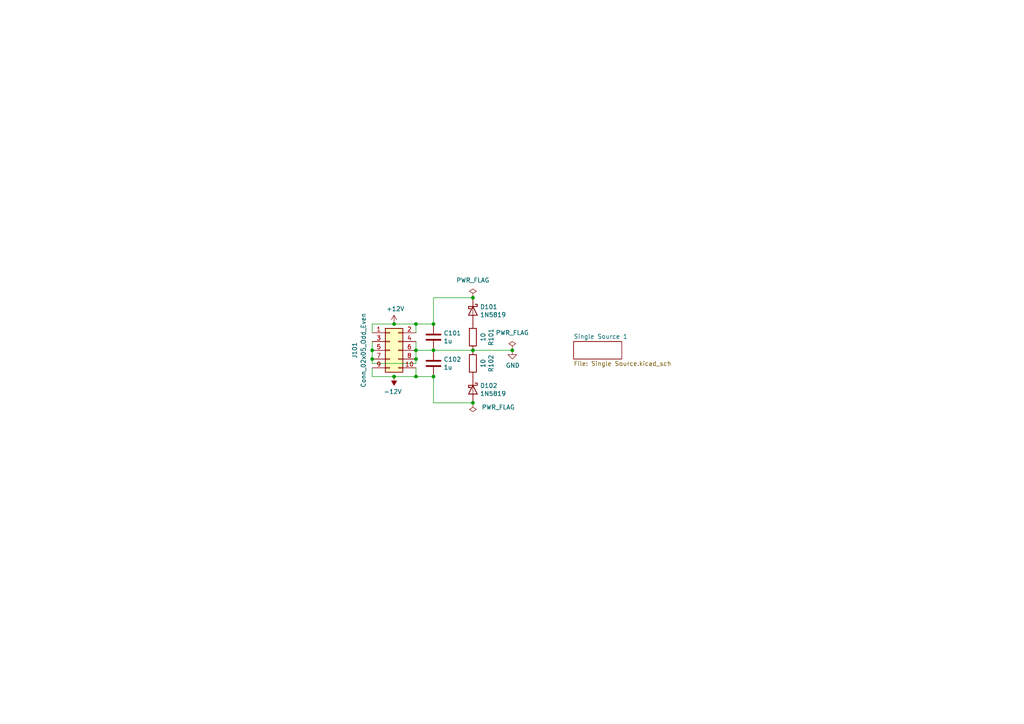
<source format=kicad_sch>
(kicad_sch (version 20211123) (generator eeschema)
  (paper "A4")
  (title_block (title "White Noise") (date "2021-07-09") (rev "1.0"))
  (lib_symbols
    (symbol "Connector_Generic:Conn_02x05_Odd_Even" (pin_names (offset 1.016) hide)
      (property "Reference" "J" (at 1.27 7.62 0))
      (property "Value" "Conn_02x05_Odd_Even" (at 1.27 -7.62 0))
      (symbol "Conn_02x05_Odd_Even_1_1"
        (rectangle (start -1.27 -4.953) (end 0 -5.207) (stroke (width 0.1524)))
        (rectangle (start -1.27 -2.413) (end 0 -2.667) (stroke (width 0.1524)))
        (rectangle (start -1.27 0.127) (end 0 -0.127) (stroke (width 0.1524)))
        (rectangle (start -1.27 2.667) (end 0 2.413) (stroke (width 0.1524)))
        (rectangle (start -1.27 5.207) (end 0 4.953) (stroke (width 0.1524)))
        (rectangle (start -1.27 6.35) (end 3.81 -6.35) (stroke (width 0.254)) (fill (type background)))
        (rectangle (start 3.81 -4.953) (end 2.54 -5.207) (stroke (width 0.1524)))
        (rectangle (start 3.81 -2.413) (end 2.54 -2.667) (stroke (width 0.1524)))
        (rectangle (start 3.81 0.127) (end 2.54 -0.127) (stroke (width 0.1524)))
        (rectangle (start 3.81 2.667) (end 2.54 2.413) (stroke (width 0.1524)))
        (rectangle (start 3.81 5.207) (end 2.54 4.953) (stroke (width 0.1524)))
        (pin passive line (at -5.08 5.08 0) (length 3.81) (name "Pin_1") (number "1"))
        (pin passive line (at 7.62 -5.08 180) (length 3.81) (name "Pin_10") (number "10"))
        (pin passive line (at 7.62 5.08 180) (length 3.81) (name "Pin_2") (number "2"))
        (pin passive line (at -5.08 2.54 0) (length 3.81) (name "Pin_3") (number "3"))
        (pin passive line (at 7.62 2.54 180) (length 3.81) (name "Pin_4") (number "4"))
        (pin passive line (at -5.08 0 0) (length 3.81) (name "Pin_5") (number "5"))
        (pin passive line (at 7.62 0 180) (length 3.81) (name "Pin_6") (number "6"))
        (pin passive line (at -5.08 -2.54 0) (length 3.81) (name "Pin_7") (number "7"))
        (pin passive line (at 7.62 -2.54 180) (length 3.81) (name "Pin_8") (number "8"))
        (pin passive line (at -5.08 -5.08 0) (length 3.81) (name "Pin_9") (number "9"))
      )
    )
    (symbol "Device:C" (pin_numbers hide) (pin_names (offset 0.254))
      (property "Reference" "C" (at 0.635 2.54 0))
      (property "Value" "C" (at 0.635 -2.54 0))
      (symbol "C_0_1"
        (polyline (pts (xy -2.032 -0.762) (xy 2.032 -0.762)) (stroke (width 0.508)))
        (polyline (pts (xy -2.032 0.762) (xy 2.032 0.762)) (stroke (width 0.508)))
      )
      (symbol "C_1_1"
        (pin passive line (at 0 3.81 270) (length 2.794) (name "~") (number "1"))
        (pin passive line (at 0 -3.81 90) (length 2.794) (name "~") (number "2"))
      )
    )
    (symbol "Device:R" (pin_numbers hide) (pin_names (offset 0))
      (property "Reference" "R" (at 2.032 0 90))
      (property "Value" "R" (at 0 0 90))
      (symbol "R_0_1"
        (rectangle (start -1.016 -2.54) (end 1.016 2.54) (stroke (width 0.254)))
      )
      (symbol "R_1_1"
        (pin passive line (at 0 3.81 270) (length 1.27) (name "~") (number "1"))
        (pin passive line (at 0 -3.81 90) (length 1.27) (name "~") (number "2"))
      )
    )
    (symbol "Diode:1N5819" (pin_numbers hide) (pin_names (offset 1.016) hide)
      (property "Reference" "D" (at 0 2.54 0))
      (property "Value" "1N5819" (at 0 -2.54 0))
      (symbol "1N5819_0_1"
        (polyline (pts (xy 1.27 0) (xy -1.27 0)))
        (polyline (pts (xy 1.27 1.27) (xy 1.27 -1.27) (xy -1.27 0) (xy 1.27 1.27)) (stroke (width 0.254)))
        (polyline (pts (xy -1.905 0.635) (xy -1.905 1.27) (xy -1.27 1.27) (xy -1.27 -1.27) (xy -0.635 -1.27) (xy -0.635 -0.635)) (stroke (width 0.254)))
      )
      (symbol "1N5819_1_1"
        (pin passive line (at -3.81 0 0) (length 2.54) (name "K") (number "1"))
        (pin passive line (at 3.81 0 180) (length 2.54) (name "A") (number "2"))
      )
    )
    (symbol "power:+12V" (power) (pin_names (offset 0))
      (property "Value" "+12V" (at 0 3.556 0))
      (symbol "+12V_0_1"
        (polyline (pts (xy -0.762 1.27) (xy 0 2.54)))
        (polyline (pts (xy 0 0) (xy 0 2.54)))
        (polyline (pts (xy 0 2.54) (xy 0.762 1.27)))
      )
      (symbol "+12V_1_1"
        (pin power_in line (at 0 0 90) (length 0) hide (name "+12V") (number "1"))
      )
    )
    (symbol "power:-12V" (power) (pin_names (offset 0))
      (property "Value" "-12V" (at 0 3.81 0))
      (symbol "-12V_0_0"
        (pin power_in line (at 0 0 90) (length 0) hide (name "-12V") (number "1"))
      )
      (symbol "-12V_0_1"
        (polyline (pts (xy 0 0) (xy 0 1.27) (xy 0.762 1.27) (xy 0 2.54) (xy -0.762 1.27) (xy 0 1.27)) (fill (type outline)))
      )
    )
    (symbol "power:GND" (power) (pin_names (offset 0))
      (property "Value" "GND" (at 0 -3.81 0))
      (symbol "GND_0_1"
        (polyline (pts (xy 0 0) (xy 0 -1.27) (xy 1.27 -1.27) (xy 0 -2.54) (xy -1.27 -1.27) (xy 0 -1.27)))
      )
      (symbol "GND_1_1"
        (pin power_in line (at 0 0 270) (length 0) hide (name "GND") (number "1"))
      )
    )
    (symbol "power:PWR_FLAG" (power) (pin_numbers hide) (pin_names (offset 0) hide)
      (property "Value" "PWR_FLAG" (at 0 3.81 0))
      (symbol "PWR_FLAG_0_0"
        (pin power_out line (at 0 0 90) (length 0) (name "pwr") (number "1"))
      )
      (symbol "PWR_FLAG_0_1"
        (polyline (pts (xy 0 0) (xy 0 1.27) (xy -1.016 1.905) (xy 0 2.54) (xy 1.016 1.905) (xy 0 1.27)))
      )
    )
  )
  (junction (at 137.16 86.36))
  (junction (at 107.95 101.6))
  (junction (at 120.65 101.6))
  (junction (at 137.16 101.6))
  (junction (at 125.73 101.6))
  (junction (at 125.73 109.22))
  (junction (at 107.95 104.14))
  (junction (at 137.16 116.84))
  (junction (at 148.59 101.6))
  (junction (at 125.73 93.98))
  (junction (at 120.65 93.98))
  (junction (at 120.65 109.22))
  (junction (at 114.3 93.98))
  (junction (at 114.3 109.22))
  (junction (at 120.65 104.14))
  (wire (pts (xy 107.95 109.22) (xy 114.3 109.22)))
  (wire (pts (xy 107.95 101.6) (xy 107.95 104.14)))
  (wire (pts (xy 120.65 93.98) (xy 125.73 93.98)))
  (wire (pts (xy 125.73 86.36) (xy 137.16 86.36)))
  (wire (pts (xy 137.16 101.6) (xy 148.59 101.6)))
  (wire (pts (xy 120.65 109.22) (xy 125.73 109.22)))
  (wire (pts (xy 120.65 105.41) (xy 120.65 104.14)))
  (wire (pts (xy 125.73 109.22) (xy 125.73 116.84)))
  (wire (pts (xy 114.3 93.98) (xy 120.65 93.98)))
  (wire (pts (xy 120.65 99.06) (xy 120.65 101.6)))
  (wire (pts (xy 107.95 93.98) (xy 114.3 93.98)))
  (wire (pts (xy 120.65 101.6) (xy 125.73 101.6)))
  (wire (pts (xy 125.73 101.6) (xy 137.16 101.6)))
  (wire (pts (xy 125.73 116.84) (xy 137.16 116.84)))
  (wire (pts (xy 120.65 106.68) (xy 120.65 109.22)))
  (wire (pts (xy 120.65 96.52) (xy 120.65 93.98)))
  (wire (pts (xy 107.95 106.68) (xy 107.95 109.22)))
  (wire (pts (xy 107.95 99.06) (xy 107.95 101.6)))
  (wire (pts (xy 120.65 101.6) (xy 120.65 104.14)))
  (wire (pts (xy 107.95 104.14) (xy 107.95 105.41)))
  (wire (pts (xy 107.95 96.52) (xy 107.95 93.98)))
  (wire (pts (xy 107.95 105.41) (xy 120.65 105.41)))
  (wire (pts (xy 114.3 109.22) (xy 120.65 109.22)))
  (wire (pts (xy 125.73 93.98) (xy 125.73 86.36)))
  (symbol (lib_id "Connector_Generic:Conn_02x05_Odd_Even") (at 113.03 101.6 0) (unit 1)
    (property "Reference" "J101" (at 102.87 101.6 90))
    (property "Value" "Conn_02x05_Odd_Even" (at 105.41 101.6 90))
    (property "Footprint" "Connector_PinHeader_2.54mm:PinHeader_2x05_P2.54mm_Vertical" (effects hide))
  )
  (symbol (lib_id "Device:C") (at 125.73 97.79 0) (unit 1)
    (property "Reference" "C101" (at 128.651 96.6216 0) (effects (justify left)))
    (property "Value" "1u" (at 128.651 98.933 0) (effects (justify left)))
    (property "Footprint" "Capacitor_THT:C_Disc_D5.0mm_W2.5mm_P5.00mm" (effects hide))
  )
  (symbol (lib_id "Device:C") (at 125.73 105.41 0) (unit 1)
    (property "Reference" "C102" (at 128.651 104.2416 0) (effects (justify left)))
    (property "Value" "1u" (at 128.651 106.553 0) (effects (justify left)))
    (property "Footprint" "Capacitor_THT:C_Disc_D5.0mm_W2.5mm_P5.00mm" (effects hide))
  )
  (symbol (lib_id "power:+12V") (at 114.3 93.98 0) (unit 1)
    (property "Reference" "#PWR0101" (effects hide))
    (property "Value" "+12V" (at 114.681 89.5858 0))
  )
  (symbol (lib_id "power:-12V") (at 114.3 109.22 180) (unit 1)
    (property "Reference" "#PWR0102" (effects hide))
    (property "Value" "-12V" (at 113.919 113.6142 0))
  )
  (symbol (lib_id "Diode:1N5819") (at 137.16 90.17 270) (unit 1)
    (property "Reference" "D101" (at 139.192 89.0016 90) (effects (justify left)))
    (property "Value" "1N5819" (at 139.192 91.313 90) (effects (justify left)))
    (property "Footprint" "Diode_THT:D_DO-41_SOD81_P10.16mm_Horizontal" (effects hide))
    (property "Datasheet" "http://www.vishay.com/docs/88525/1n5817.pdf" (effects hide))
  )
  (symbol (lib_id "Device:R") (at 137.16 97.79 180) (unit 1)
    (property "Reference" "R101" (at 142.4178 97.79 90))
    (property "Value" "10" (at 140.1064 97.79 90))
    (property "Footprint" "Resistor_THT:R_Axial_DIN0207_L6.3mm_D2.5mm_P7.62mm_Horizontal" (effects hide))
  )
  (symbol (lib_id "Device:R") (at 137.16 105.41 180) (unit 1)
    (property "Reference" "R102" (at 142.4178 105.41 90))
    (property "Value" "10" (at 140.1064 105.41 90))
    (property "Footprint" "Resistor_THT:R_Axial_DIN0207_L6.3mm_D2.5mm_P7.62mm_Horizontal" (effects hide))
  )
  (symbol (lib_id "power:GND") (at 148.59 101.6 0) (unit 1)
    (property "Reference" "#PWR0103" (effects hide))
    (property "Value" "GND" (at 148.717 105.9942 0))
  )
  (symbol (lib_id "Diode:1N5819") (at 137.16 113.03 270) (unit 1)
    (property "Reference" "D102" (at 139.192 111.8616 90) (effects (justify left)))
    (property "Value" "1N5819" (at 139.192 114.173 90) (effects (justify left)))
    (property "Footprint" "Diode_THT:D_DO-41_SOD81_P10.16mm_Horizontal" (effects hide))
    (property "Datasheet" "http://www.vishay.com/docs/88525/1n5817.pdf" (effects hide))
  )
  (symbol (lib_id "power:PWR_FLAG") (at 148.59 101.6 0) (unit 1)
    (property "Reference" "#FLG0103" (effects hide))
    (property "Value" "PWR_FLAG" (at 148.59 96.52 0))
  )
  (symbol (lib_id "power:PWR_FLAG") (at 137.16 86.36 0) (unit 1)
    (property "Reference" "#FLG0101" (effects hide))
    (property "Value" "PWR_FLAG" (at 137.16 81.28 0))
  )
  (symbol (lib_id "power:PWR_FLAG") (at 137.16 116.84 180) (unit 1)
    (property "Reference" "#FLG0102" (effects hide))
    (property "Value" "PWR_FLAG" (at 139.7 118.1099 0) (effects (justify right)))
  )
  (sheet (at 166.37 99.06) (size 13.97 5.08) (stroke (width 0.1524))
    (property "Sheet name" "Single Source 1" (at 166.37 98.3484 0) (effects (justify left bottom)))
    (property "Sheet file" "Single Source.kicad_sch" (at 166.37 104.7246 0) (effects (justify left top)))
  )
)
</source>
